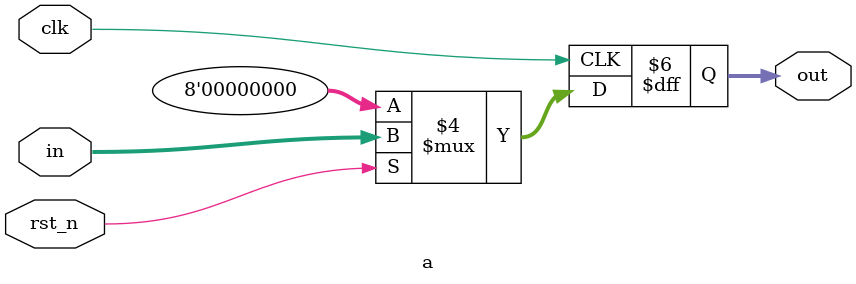
<source format=sv>
/*************************************************************************
 > File Name: a.sv
 > Author: Bin Liu
 > Mail: bin.liu@nxp.com 
 > Created Time: 2020年01月02日 星期四 21时27分34秒
 > Description:
************************************************************************/

module a
 (
	input   logic       clk,
	input   logic       rst_n,
	input   logic [7:0] in,
	output  logic [7:0] out   
 );
	
	always_ff @(posedge clk )
	begin
      if (rst_n == 1'b0)
		  out <= 0;
	  else
		  out <= in;
	end 

endmodule

</source>
